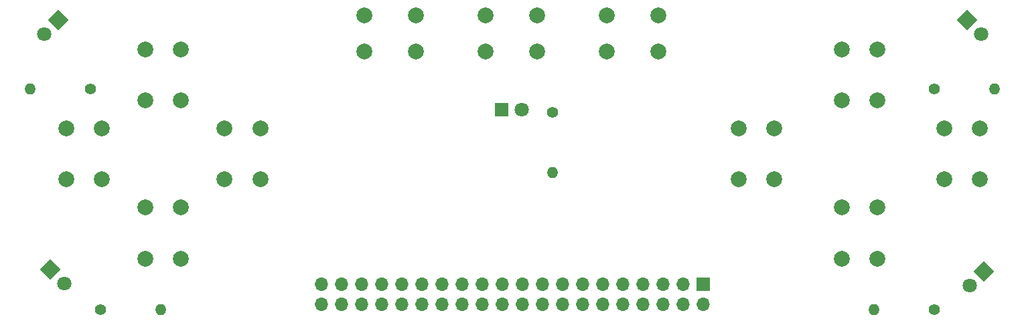
<source format=gbs>
%TF.GenerationSoftware,KiCad,Pcbnew,(6.0.11-0)*%
%TF.CreationDate,2023-02-15T22:40:40-07:00*%
%TF.ProjectId,gamepad,67616d65-7061-4642-9e6b-696361645f70,rev?*%
%TF.SameCoordinates,Original*%
%TF.FileFunction,Soldermask,Bot*%
%TF.FilePolarity,Negative*%
%FSLAX46Y46*%
G04 Gerber Fmt 4.6, Leading zero omitted, Abs format (unit mm)*
G04 Created by KiCad (PCBNEW (6.0.11-0)) date 2023-02-15 22:40:40*
%MOMM*%
%LPD*%
G01*
G04 APERTURE LIST*
G04 Aperture macros list*
%AMRotRect*
0 Rectangle, with rotation*
0 The origin of the aperture is its center*
0 $1 length*
0 $2 width*
0 $3 Rotation angle, in degrees counterclockwise*
0 Add horizontal line*
21,1,$1,$2,0,0,$3*%
G04 Aperture macros list end*
%ADD10RotRect,1.800000X1.800000X225.000000*%
%ADD11C,1.800000*%
%ADD12RotRect,1.800000X1.800000X315.000000*%
%ADD13C,1.400000*%
%ADD14O,1.400000X1.400000*%
%ADD15C,2.000000*%
%ADD16R,1.800000X1.800000*%
%ADD17R,1.700000X1.700000*%
%ADD18O,1.700000X1.700000*%
G04 APERTURE END LIST*
D10*
%TO.C,D5*%
X224767963Y-137414849D03*
D11*
X222971912Y-139210900D03*
%TD*%
D12*
%TO.C,D4*%
X222583082Y-105584365D03*
D11*
X224379133Y-107380416D03*
%TD*%
D10*
%TO.C,D3*%
X107764349Y-105572566D03*
D11*
X105968298Y-107368617D03*
%TD*%
D12*
%TO.C,D2*%
X106680000Y-137160000D03*
D11*
X108476051Y-138956051D03*
%TD*%
D13*
%TO.C,R5*%
X218440000Y-142240000D03*
D14*
X210820000Y-142240000D03*
%TD*%
D13*
%TO.C,R4*%
X218440000Y-114300000D03*
D14*
X226060000Y-114300000D03*
%TD*%
%TO.C,R3*%
X104140000Y-114300000D03*
D13*
X111760000Y-114300000D03*
%TD*%
%TO.C,R2*%
X113030000Y-142240000D03*
D14*
X120650000Y-142240000D03*
%TD*%
D15*
%TO.C,SW5*%
X152910000Y-105000000D03*
X146410000Y-105000000D03*
X152910000Y-109500000D03*
X146410000Y-109500000D03*
%TD*%
%TO.C,SW3*%
X118750000Y-129250000D03*
X118750000Y-135750000D03*
X123250000Y-135750000D03*
X123250000Y-129250000D03*
%TD*%
%TO.C,SW8*%
X193750000Y-125750000D03*
X193750000Y-119250000D03*
X198250000Y-119250000D03*
X198250000Y-125750000D03*
%TD*%
D13*
%TO.C,R1*%
X170180000Y-117270000D03*
D14*
X170180000Y-124890000D03*
%TD*%
D11*
%TO.C,D1*%
X166290000Y-116880000D03*
D16*
X163750000Y-116880000D03*
%TD*%
D17*
%TO.C,J1*%
X189225000Y-138971190D03*
D18*
X189225000Y-141511190D03*
X186685000Y-138971190D03*
X186685000Y-141511190D03*
X184145000Y-138971190D03*
X184145000Y-141511190D03*
X181605000Y-138971190D03*
X181605000Y-141511190D03*
X179065000Y-138971190D03*
X179065000Y-141511190D03*
X176525000Y-138971190D03*
X176525000Y-141511190D03*
X173985000Y-138971190D03*
X173985000Y-141511190D03*
X171445000Y-138971190D03*
X171445000Y-141511190D03*
X168905000Y-138971190D03*
X168905000Y-141511190D03*
X166365000Y-138971190D03*
X166365000Y-141511190D03*
X163825000Y-138971190D03*
X163825000Y-141511190D03*
X161285000Y-138971190D03*
X161285000Y-141511190D03*
X158745000Y-138971190D03*
X158745000Y-141511190D03*
X156205000Y-138971190D03*
X156205000Y-141511190D03*
X153665000Y-138971190D03*
X153665000Y-141511190D03*
X151125000Y-138971190D03*
X151125000Y-141511190D03*
X148585000Y-138971190D03*
X148585000Y-141511190D03*
X146045000Y-138971190D03*
X146045000Y-141511190D03*
X143505000Y-138971190D03*
X143505000Y-141511190D03*
X140965000Y-138971190D03*
X140965000Y-141511190D03*
%TD*%
D15*
%TO.C,SW11*%
X219750000Y-125750000D03*
X219750000Y-119250000D03*
X224250000Y-125750000D03*
X224250000Y-119250000D03*
%TD*%
%TO.C,SW1*%
X108750000Y-125750000D03*
X108750000Y-119250000D03*
X113250000Y-119250000D03*
X113250000Y-125750000D03*
%TD*%
%TO.C,SW7*%
X183590000Y-105000000D03*
X177090000Y-105000000D03*
X177090000Y-109500000D03*
X183590000Y-109500000D03*
%TD*%
%TO.C,SW10*%
X206750000Y-109250000D03*
X206750000Y-115750000D03*
X211250000Y-109250000D03*
X211250000Y-115750000D03*
%TD*%
%TO.C,SW2*%
X118750000Y-115750000D03*
X118750000Y-109250000D03*
X123250000Y-115750000D03*
X123250000Y-109250000D03*
%TD*%
%TO.C,SW4*%
X128750000Y-119250000D03*
X128750000Y-125750000D03*
X133250000Y-119250000D03*
X133250000Y-125750000D03*
%TD*%
%TO.C,SW9*%
X206750000Y-135750000D03*
X206750000Y-129250000D03*
X211250000Y-135750000D03*
X211250000Y-129250000D03*
%TD*%
%TO.C,SW6*%
X161750000Y-105000000D03*
X168250000Y-105000000D03*
X161750000Y-109500000D03*
X168250000Y-109500000D03*
%TD*%
M02*

</source>
